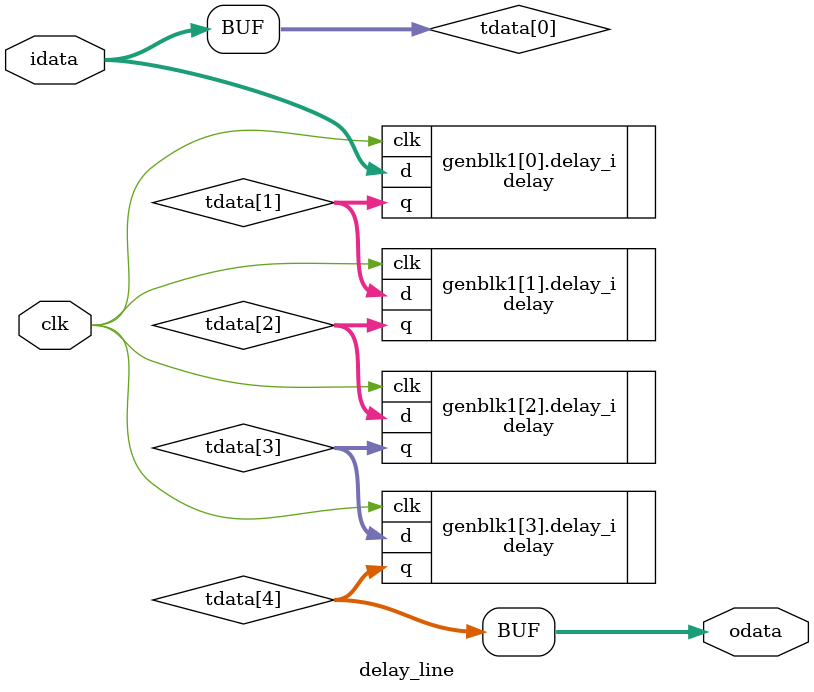
<source format=v>
`timescale 1ns / 1ps


module delay_line
    #(
        parameter N = 3,
        parameter DELAY = 4
    )
    (
        input [N-1:0] idata,
        input clk,
        output [N-1:0] odata
    );
    wire [N-1:0] tdata [DELAY:0];

    assign tdata[0] = idata;
    genvar i;
    generate
        for (i=0; i < DELAY; i=i+1)
        begin 
            delay
            #(
                .N(N)
            )
            delay_i
            (
                .clk(clk),
                .d(tdata[i]),
                .q(tdata[i+1])
            );
        end
    endgenerate
    assign odata = tdata[DELAY];
endmodule

</source>
